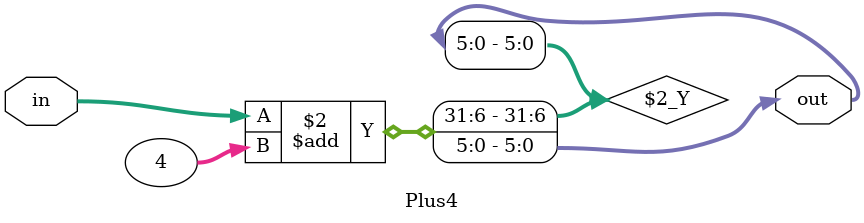
<source format=v>
module Plus4 (in, out);

	input [5:0] in;
	output reg [5:0] out;
	
	always @(*) out <= in + 4;

endmodule

</source>
